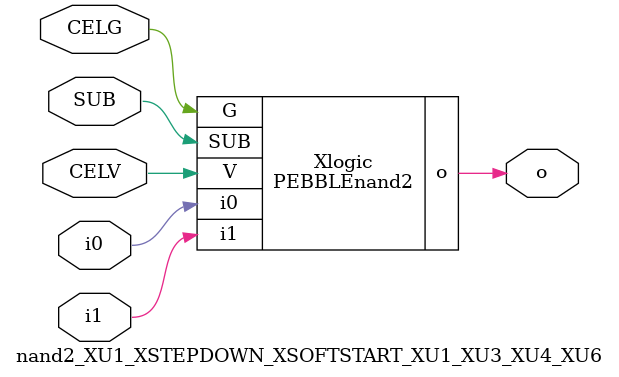
<source format=v>



module PEBBLEnand2 ( o, G, SUB, V, i0, i1 );

  input i0;
  input V;
  input i1;
  input G;
  output o;
  input SUB;
endmodule

//Celera Confidential Do Not Copy nand2_XU1_XSTEPDOWN_XSOFTSTART_XU1_XU3_XU4_XU6
//Celera Confidential Symbol Generator
//5V NAND2
module nand2_XU1_XSTEPDOWN_XSOFTSTART_XU1_XU3_XU4_XU6 (CELV,CELG,i0,i1,o,SUB);
input CELV;
input CELG;
input i0;
input i1;
input SUB;
output o;

//Celera Confidential Do Not Copy nand2
PEBBLEnand2 Xlogic(
.V (CELV),
.i0 (i0),
.i1 (i1),
.o (o),
.SUB (SUB),
.G (CELG)
);
//,diesize,PEBBLEnand2

//Celera Confidential Do Not Copy Module End
//Celera Schematic Generator
endmodule

</source>
